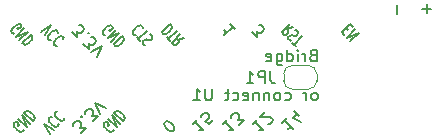
<source format=gbr>
G04 #@! TF.GenerationSoftware,KiCad,Pcbnew,(5.1.4)-1*
G04 #@! TF.CreationDate,2019-11-22T14:09:29+01:00*
G04 #@! TF.ProjectId,ArtNetNode1.3,4172744e-6574-44e6-9f64-65312e332e6b,rev?*
G04 #@! TF.SameCoordinates,Original*
G04 #@! TF.FileFunction,Legend,Bot*
G04 #@! TF.FilePolarity,Positive*
%FSLAX46Y46*%
G04 Gerber Fmt 4.6, Leading zero omitted, Abs format (unit mm)*
G04 Created by KiCad (PCBNEW (5.1.4)-1) date 2019-11-22 14:09:29*
%MOMM*%
%LPD*%
G04 APERTURE LIST*
%ADD10C,0.150000*%
%ADD11C,0.120000*%
G04 APERTURE END LIST*
D10*
X176694619Y-70392486D02*
X176681151Y-70473299D01*
X176610440Y-70544009D01*
X176506058Y-70581048D01*
X176391574Y-70560845D01*
X176300660Y-70517072D01*
X176142403Y-70405955D01*
X176041387Y-70304940D01*
X175930271Y-70146683D01*
X175886497Y-70055769D01*
X175866294Y-69941285D01*
X175903333Y-69836902D01*
X175950474Y-69789762D01*
X176054856Y-69752723D01*
X176112098Y-69762825D01*
X176347800Y-69998527D01*
X176253519Y-70092808D01*
X176256887Y-69483349D02*
X176963993Y-70190456D01*
X176539729Y-69200506D01*
X177246836Y-69907613D01*
X176775432Y-68964804D02*
X177482538Y-69671911D01*
X177600390Y-69554060D01*
X177637428Y-69449677D01*
X177617225Y-69335193D01*
X177573452Y-69244280D01*
X177462335Y-69086022D01*
X177361320Y-68985007D01*
X177203063Y-68873890D01*
X177112149Y-68830117D01*
X176997665Y-68809914D01*
X176893283Y-68846953D01*
X176775432Y-68964804D01*
X178938308Y-70756141D02*
X178396193Y-69884043D01*
X179268291Y-70426158D01*
X179076362Y-69338561D02*
X179019120Y-69328459D01*
X178914738Y-69365498D01*
X178867597Y-69412638D01*
X178830558Y-69517021D01*
X178850761Y-69631505D01*
X178894535Y-69722419D01*
X179005652Y-69880676D01*
X179106667Y-69981691D01*
X179264924Y-70092808D01*
X179355838Y-70136581D01*
X179470322Y-70156784D01*
X179574704Y-70119745D01*
X179621845Y-70072605D01*
X179658883Y-69968222D01*
X179648782Y-69910980D01*
X179571337Y-68843586D02*
X179514095Y-68833484D01*
X179409713Y-68870523D01*
X179362572Y-68917664D01*
X179325533Y-69022046D01*
X179345736Y-69136530D01*
X179389509Y-69227444D01*
X179500626Y-69385701D01*
X179601642Y-69486716D01*
X179759899Y-69597833D01*
X179850812Y-69641606D01*
X179965296Y-69661809D01*
X180069679Y-69624770D01*
X180116819Y-69577630D01*
X180153858Y-69473248D01*
X180143757Y-69416006D01*
X181532183Y-70702266D02*
X181969916Y-70264534D01*
X181464839Y-70230862D01*
X181565855Y-70129847D01*
X181599526Y-70028831D01*
X181599526Y-69961488D01*
X181565855Y-69860473D01*
X181397496Y-69692114D01*
X181296481Y-69658442D01*
X181229137Y-69658442D01*
X181128122Y-69692114D01*
X180926091Y-69894144D01*
X180892420Y-69995160D01*
X180892420Y-70062503D01*
X181633198Y-69321725D02*
X181633198Y-69254381D01*
X181565855Y-69254381D01*
X181565855Y-69321725D01*
X181633198Y-69321725D01*
X181565855Y-69254381D01*
X182542335Y-69692114D02*
X182980068Y-69254381D01*
X182474992Y-69220709D01*
X182576007Y-69119694D01*
X182609679Y-69018679D01*
X182609679Y-68951335D01*
X182576007Y-68850320D01*
X182407648Y-68681961D01*
X182306633Y-68648290D01*
X182239290Y-68648290D01*
X182138274Y-68681961D01*
X181936244Y-68883992D01*
X181902572Y-68985007D01*
X181902572Y-69052351D01*
X183182099Y-69052351D02*
X182710694Y-68109542D01*
X183653503Y-68580946D01*
X184314619Y-70392486D02*
X184301151Y-70473299D01*
X184230440Y-70544009D01*
X184126058Y-70581048D01*
X184011574Y-70560845D01*
X183920660Y-70517072D01*
X183762403Y-70405955D01*
X183661387Y-70304940D01*
X183550271Y-70146683D01*
X183506497Y-70055769D01*
X183486294Y-69941285D01*
X183523333Y-69836902D01*
X183570474Y-69789762D01*
X183674856Y-69752723D01*
X183732098Y-69762825D01*
X183967800Y-69998527D01*
X183873519Y-70092808D01*
X183876887Y-69483349D02*
X184583993Y-70190456D01*
X184159729Y-69200506D01*
X184866836Y-69907613D01*
X184395432Y-68964804D02*
X185102538Y-69671911D01*
X185220390Y-69554060D01*
X185257428Y-69449677D01*
X185237225Y-69335193D01*
X185193452Y-69244280D01*
X185082335Y-69086022D01*
X184981320Y-68985007D01*
X184823063Y-68873890D01*
X184732149Y-68830117D01*
X184617665Y-68809914D01*
X184513283Y-68846953D01*
X184395432Y-68964804D01*
X189354213Y-70500236D02*
X189421557Y-70432892D01*
X189455229Y-70331877D01*
X189455229Y-70264534D01*
X189421557Y-70163518D01*
X189320542Y-69995160D01*
X189152183Y-69826801D01*
X188983824Y-69725786D01*
X188882809Y-69692114D01*
X188815465Y-69692114D01*
X188714450Y-69725786D01*
X188647107Y-69793129D01*
X188613435Y-69894144D01*
X188613435Y-69961488D01*
X188647107Y-70062503D01*
X188748122Y-70230862D01*
X188916481Y-70399221D01*
X189084839Y-70500236D01*
X189185855Y-70533908D01*
X189253198Y-70533908D01*
X189354213Y-70500236D01*
X191422809Y-69557427D02*
X191018748Y-69961488D01*
X191220778Y-69759457D02*
X191927885Y-70466564D01*
X191759526Y-70432892D01*
X191624839Y-70432892D01*
X191523824Y-70466564D01*
X192769679Y-69624770D02*
X192432961Y-69961488D01*
X192062572Y-69658442D01*
X192129916Y-69658442D01*
X192230931Y-69624770D01*
X192399290Y-69456412D01*
X192432961Y-69355396D01*
X192432961Y-69288053D01*
X192399290Y-69187038D01*
X192230931Y-69018679D01*
X192129916Y-68985007D01*
X192062572Y-68985007D01*
X191961557Y-69018679D01*
X191793198Y-69187038D01*
X191759526Y-69288053D01*
X191759526Y-69355396D01*
X193962809Y-69557427D02*
X193558748Y-69961488D01*
X193760778Y-69759457D02*
X194467885Y-70466564D01*
X194299526Y-70432892D01*
X194164839Y-70432892D01*
X194063824Y-70466564D01*
X194905618Y-70028831D02*
X195343351Y-69591099D01*
X194838274Y-69557427D01*
X194939290Y-69456412D01*
X194972961Y-69355396D01*
X194972961Y-69288053D01*
X194939290Y-69187038D01*
X194770931Y-69018679D01*
X194669916Y-68985007D01*
X194602572Y-68985007D01*
X194501557Y-69018679D01*
X194299526Y-69220709D01*
X194265855Y-69321725D01*
X194265855Y-69389068D01*
X196502809Y-69557427D02*
X196098748Y-69961488D01*
X196300778Y-69759457D02*
X197007885Y-70466564D01*
X196839526Y-70432892D01*
X196704839Y-70432892D01*
X196603824Y-70466564D01*
X197411946Y-69927816D02*
X197479290Y-69927816D01*
X197580305Y-69894144D01*
X197748664Y-69725786D01*
X197782335Y-69624770D01*
X197782335Y-69557427D01*
X197748664Y-69456412D01*
X197681320Y-69389068D01*
X197546633Y-69321725D01*
X196738511Y-69321725D01*
X197176244Y-68883992D01*
X203971286Y-61832301D02*
X204136277Y-61997293D01*
X204577377Y-61697614D02*
X204341675Y-61461912D01*
X203634568Y-62169019D01*
X203870271Y-62404721D01*
X204789509Y-61909746D02*
X204082403Y-62616853D01*
X205072352Y-62192589D01*
X204365245Y-62899696D01*
X199544518Y-61744755D02*
X199042809Y-61916481D01*
X199261675Y-61461912D02*
X198554568Y-62169019D01*
X198743130Y-62357580D01*
X198823942Y-62371049D01*
X198881184Y-62360948D01*
X198972098Y-62317174D01*
X199073113Y-62216159D01*
X199116887Y-62125245D01*
X199126988Y-62068003D01*
X199113519Y-61987191D01*
X198924958Y-61798629D01*
X199699408Y-61966988D02*
X199803790Y-62004027D01*
X199921642Y-62121878D01*
X199935110Y-62202690D01*
X199925009Y-62259932D01*
X199881235Y-62350846D01*
X199813892Y-62418190D01*
X199722978Y-62461963D01*
X199665736Y-62472064D01*
X199584924Y-62458596D01*
X199456971Y-62397987D01*
X199376159Y-62384518D01*
X199318917Y-62394619D01*
X199228003Y-62438393D01*
X199160660Y-62505736D01*
X199116887Y-62596650D01*
X199106785Y-62653892D01*
X199120254Y-62734704D01*
X199238105Y-62852555D01*
X199342487Y-62889594D01*
X199450237Y-63064687D02*
X199733080Y-63347530D01*
X200298765Y-62499002D02*
X199591658Y-63206109D01*
X195997733Y-62152183D02*
X196435465Y-62589916D01*
X196469137Y-62084839D01*
X196570152Y-62185855D01*
X196671168Y-62219526D01*
X196738511Y-62219526D01*
X196839526Y-62185855D01*
X197007885Y-62017496D01*
X197041557Y-61916481D01*
X197041557Y-61849137D01*
X197007885Y-61748122D01*
X196805855Y-61546091D01*
X196704839Y-61512420D01*
X196637496Y-61512420D01*
X194602572Y-61882809D02*
X194198511Y-61478748D01*
X194400542Y-61680778D02*
X193693435Y-62387885D01*
X193727107Y-62219526D01*
X193727107Y-62084839D01*
X193693435Y-61983824D01*
X189101675Y-61461912D02*
X188394568Y-62169019D01*
X188512420Y-62286870D01*
X188616802Y-62323909D01*
X188731286Y-62303706D01*
X188822200Y-62259932D01*
X188980457Y-62148816D01*
X189081472Y-62047800D01*
X189192589Y-61889543D01*
X189236362Y-61798629D01*
X189256565Y-61684145D01*
X189219526Y-61579763D01*
X189101675Y-61461912D01*
X188818832Y-62593283D02*
X189101675Y-62876125D01*
X189667361Y-62027597D02*
X188960254Y-62734704D01*
X190256616Y-62616853D02*
X189754907Y-62788579D01*
X189973774Y-62334010D02*
X189266667Y-63041117D01*
X189455229Y-63229679D01*
X189536041Y-63243148D01*
X189593283Y-63233046D01*
X189684196Y-63189273D01*
X189785212Y-63088257D01*
X189828985Y-62997344D01*
X189839087Y-62940102D01*
X189825618Y-62859290D01*
X189637056Y-62670728D01*
X186777174Y-61812098D02*
X186787276Y-61754856D01*
X186750237Y-61650474D01*
X186703097Y-61603333D01*
X186598714Y-61566294D01*
X186484230Y-61586497D01*
X186393316Y-61630271D01*
X186235059Y-61741387D01*
X186134044Y-61842403D01*
X186022927Y-62000660D01*
X185979154Y-62091574D01*
X185958951Y-62206058D01*
X185995990Y-62310440D01*
X186043130Y-62357580D01*
X186147513Y-62394619D01*
X186204755Y-62384518D01*
X186278832Y-62593283D02*
X186561675Y-62876125D01*
X187127361Y-62027597D02*
X186420254Y-62734704D01*
X187376532Y-62344112D02*
X187480914Y-62381151D01*
X187598765Y-62499002D01*
X187612234Y-62579814D01*
X187602132Y-62637056D01*
X187558359Y-62727970D01*
X187491016Y-62795313D01*
X187400102Y-62839087D01*
X187342860Y-62849188D01*
X187262048Y-62835719D01*
X187134095Y-62775110D01*
X187053283Y-62761642D01*
X186996041Y-62771743D01*
X186905127Y-62815516D01*
X186837784Y-62882860D01*
X186794010Y-62973774D01*
X186783909Y-63031016D01*
X186797377Y-63111828D01*
X186915229Y-63229679D01*
X187019611Y-63266718D01*
X183607513Y-62394619D02*
X183526700Y-62381151D01*
X183455990Y-62310440D01*
X183418951Y-62206058D01*
X183439154Y-62091574D01*
X183482927Y-62000660D01*
X183594044Y-61842403D01*
X183695059Y-61741387D01*
X183853316Y-61630271D01*
X183944230Y-61586497D01*
X184058714Y-61566294D01*
X184163097Y-61603333D01*
X184210237Y-61650474D01*
X184247276Y-61754856D01*
X184237174Y-61812098D01*
X184001472Y-62047800D01*
X183907191Y-61953519D01*
X184516650Y-61956887D02*
X183809543Y-62663993D01*
X184799493Y-62239729D01*
X184092386Y-62946836D01*
X185035195Y-62475432D02*
X184328088Y-63182538D01*
X184445939Y-63300390D01*
X184550322Y-63337428D01*
X184664806Y-63317225D01*
X184755719Y-63273452D01*
X184913977Y-63162335D01*
X185014992Y-63061320D01*
X185126109Y-62903063D01*
X185169882Y-62812149D01*
X185190085Y-62697665D01*
X185153046Y-62593283D01*
X185035195Y-62475432D01*
X180757733Y-62152183D02*
X181195465Y-62589916D01*
X181229137Y-62084839D01*
X181330152Y-62185855D01*
X181431168Y-62219526D01*
X181498511Y-62219526D01*
X181599526Y-62185855D01*
X181767885Y-62017496D01*
X181801557Y-61916481D01*
X181801557Y-61849137D01*
X181767885Y-61748122D01*
X181565855Y-61546091D01*
X181464839Y-61512420D01*
X181397496Y-61512420D01*
X182138274Y-62253198D02*
X182205618Y-62253198D01*
X182205618Y-62185855D01*
X182138274Y-62185855D01*
X182138274Y-62253198D01*
X182205618Y-62185855D01*
X181767885Y-63162335D02*
X182205618Y-63600068D01*
X182239290Y-63094992D01*
X182340305Y-63196007D01*
X182441320Y-63229679D01*
X182508664Y-63229679D01*
X182609679Y-63196007D01*
X182778038Y-63027648D01*
X182811709Y-62926633D01*
X182811709Y-62859290D01*
X182778038Y-62758274D01*
X182576007Y-62556244D01*
X182474992Y-62522572D01*
X182407648Y-62522572D01*
X182407648Y-63802099D02*
X183350457Y-63330694D01*
X182879053Y-64273503D01*
X178163858Y-62098308D02*
X179035956Y-61556193D01*
X178493841Y-62428291D01*
X179581438Y-62236362D02*
X179591540Y-62179120D01*
X179554501Y-62074738D01*
X179507361Y-62027597D01*
X179402978Y-61990558D01*
X179288494Y-62010761D01*
X179197580Y-62054535D01*
X179039323Y-62165652D01*
X178938308Y-62266667D01*
X178827191Y-62424924D01*
X178783418Y-62515838D01*
X178763215Y-62630322D01*
X178800254Y-62734704D01*
X178847394Y-62781845D01*
X178951777Y-62818883D01*
X179009019Y-62808782D01*
X180076413Y-62731337D02*
X180086515Y-62674095D01*
X180049476Y-62569713D01*
X180002335Y-62522572D01*
X179897953Y-62485533D01*
X179783469Y-62505736D01*
X179692555Y-62549509D01*
X179534298Y-62660626D01*
X179433283Y-62761642D01*
X179322166Y-62919899D01*
X179278393Y-63010812D01*
X179258190Y-63125296D01*
X179295229Y-63229679D01*
X179342369Y-63276819D01*
X179446751Y-63313858D01*
X179503993Y-63303757D01*
X201211071Y-64108571D02*
X201068214Y-64156190D01*
X201020595Y-64203809D01*
X200972976Y-64299047D01*
X200972976Y-64441904D01*
X201020595Y-64537142D01*
X201068214Y-64584761D01*
X201163452Y-64632380D01*
X201544404Y-64632380D01*
X201544404Y-63632380D01*
X201211071Y-63632380D01*
X201115833Y-63680000D01*
X201068214Y-63727619D01*
X201020595Y-63822857D01*
X201020595Y-63918095D01*
X201068214Y-64013333D01*
X201115833Y-64060952D01*
X201211071Y-64108571D01*
X201544404Y-64108571D01*
X200544404Y-64632380D02*
X200544404Y-63965714D01*
X200544404Y-64156190D02*
X200496785Y-64060952D01*
X200449166Y-64013333D01*
X200353928Y-63965714D01*
X200258690Y-63965714D01*
X199925357Y-64632380D02*
X199925357Y-63965714D01*
X199925357Y-63632380D02*
X199972976Y-63680000D01*
X199925357Y-63727619D01*
X199877738Y-63680000D01*
X199925357Y-63632380D01*
X199925357Y-63727619D01*
X199020595Y-64632380D02*
X199020595Y-63632380D01*
X199020595Y-64584761D02*
X199115833Y-64632380D01*
X199306309Y-64632380D01*
X199401547Y-64584761D01*
X199449166Y-64537142D01*
X199496785Y-64441904D01*
X199496785Y-64156190D01*
X199449166Y-64060952D01*
X199401547Y-64013333D01*
X199306309Y-63965714D01*
X199115833Y-63965714D01*
X199020595Y-64013333D01*
X198115833Y-63965714D02*
X198115833Y-64775238D01*
X198163452Y-64870476D01*
X198211071Y-64918095D01*
X198306309Y-64965714D01*
X198449166Y-64965714D01*
X198544404Y-64918095D01*
X198115833Y-64584761D02*
X198211071Y-64632380D01*
X198401547Y-64632380D01*
X198496785Y-64584761D01*
X198544404Y-64537142D01*
X198592023Y-64441904D01*
X198592023Y-64156190D01*
X198544404Y-64060952D01*
X198496785Y-64013333D01*
X198401547Y-63965714D01*
X198211071Y-63965714D01*
X198115833Y-64013333D01*
X197258690Y-64584761D02*
X197353928Y-64632380D01*
X197544404Y-64632380D01*
X197639642Y-64584761D01*
X197687261Y-64489523D01*
X197687261Y-64108571D01*
X197639642Y-64013333D01*
X197544404Y-63965714D01*
X197353928Y-63965714D01*
X197258690Y-64013333D01*
X197211071Y-64108571D01*
X197211071Y-64203809D01*
X197687261Y-64299047D01*
X201401547Y-67932380D02*
X201496785Y-67884761D01*
X201544404Y-67837142D01*
X201592023Y-67741904D01*
X201592023Y-67456190D01*
X201544404Y-67360952D01*
X201496785Y-67313333D01*
X201401547Y-67265714D01*
X201258690Y-67265714D01*
X201163452Y-67313333D01*
X201115833Y-67360952D01*
X201068214Y-67456190D01*
X201068214Y-67741904D01*
X201115833Y-67837142D01*
X201163452Y-67884761D01*
X201258690Y-67932380D01*
X201401547Y-67932380D01*
X200639642Y-67932380D02*
X200639642Y-67265714D01*
X200639642Y-67456190D02*
X200592023Y-67360952D01*
X200544404Y-67313333D01*
X200449166Y-67265714D01*
X200353928Y-67265714D01*
X198830119Y-67884761D02*
X198925357Y-67932380D01*
X199115833Y-67932380D01*
X199211071Y-67884761D01*
X199258690Y-67837142D01*
X199306309Y-67741904D01*
X199306309Y-67456190D01*
X199258690Y-67360952D01*
X199211071Y-67313333D01*
X199115833Y-67265714D01*
X198925357Y-67265714D01*
X198830119Y-67313333D01*
X198258690Y-67932380D02*
X198353928Y-67884761D01*
X198401547Y-67837142D01*
X198449166Y-67741904D01*
X198449166Y-67456190D01*
X198401547Y-67360952D01*
X198353928Y-67313333D01*
X198258690Y-67265714D01*
X198115833Y-67265714D01*
X198020595Y-67313333D01*
X197972976Y-67360952D01*
X197925357Y-67456190D01*
X197925357Y-67741904D01*
X197972976Y-67837142D01*
X198020595Y-67884761D01*
X198115833Y-67932380D01*
X198258690Y-67932380D01*
X197496785Y-67265714D02*
X197496785Y-67932380D01*
X197496785Y-67360952D02*
X197449166Y-67313333D01*
X197353928Y-67265714D01*
X197211071Y-67265714D01*
X197115833Y-67313333D01*
X197068214Y-67408571D01*
X197068214Y-67932380D01*
X196592023Y-67265714D02*
X196592023Y-67932380D01*
X196592023Y-67360952D02*
X196544404Y-67313333D01*
X196449166Y-67265714D01*
X196306309Y-67265714D01*
X196211071Y-67313333D01*
X196163452Y-67408571D01*
X196163452Y-67932380D01*
X195306309Y-67884761D02*
X195401547Y-67932380D01*
X195592023Y-67932380D01*
X195687261Y-67884761D01*
X195734880Y-67789523D01*
X195734880Y-67408571D01*
X195687261Y-67313333D01*
X195592023Y-67265714D01*
X195401547Y-67265714D01*
X195306309Y-67313333D01*
X195258690Y-67408571D01*
X195258690Y-67503809D01*
X195734880Y-67599047D01*
X194401547Y-67884761D02*
X194496785Y-67932380D01*
X194687261Y-67932380D01*
X194782500Y-67884761D01*
X194830119Y-67837142D01*
X194877738Y-67741904D01*
X194877738Y-67456190D01*
X194830119Y-67360952D01*
X194782500Y-67313333D01*
X194687261Y-67265714D01*
X194496785Y-67265714D01*
X194401547Y-67313333D01*
X194115833Y-67265714D02*
X193734880Y-67265714D01*
X193972976Y-66932380D02*
X193972976Y-67789523D01*
X193925357Y-67884761D01*
X193830119Y-67932380D01*
X193734880Y-67932380D01*
X192639642Y-66932380D02*
X192639642Y-67741904D01*
X192592023Y-67837142D01*
X192544404Y-67884761D01*
X192449166Y-67932380D01*
X192258690Y-67932380D01*
X192163452Y-67884761D01*
X192115833Y-67837142D01*
X192068214Y-67741904D01*
X192068214Y-66932380D01*
X191068214Y-67932380D02*
X191639642Y-67932380D01*
X191353928Y-67932380D02*
X191353928Y-66932380D01*
X191449166Y-67075238D01*
X191544404Y-67170476D01*
X191639642Y-67218095D01*
D11*
X200820000Y-66970000D02*
G75*
G03X201520000Y-66270000I0J700000D01*
G01*
X201520000Y-65670000D02*
G75*
G03X200820000Y-64970000I-700000J0D01*
G01*
X199420000Y-64970000D02*
G75*
G03X198720000Y-65670000I0J-700000D01*
G01*
X198720000Y-66270000D02*
G75*
G03X199420000Y-66970000I700000J0D01*
G01*
X198720000Y-65670000D02*
X198720000Y-66270000D01*
X200820000Y-64970000D02*
X199420000Y-64970000D01*
X201520000Y-66270000D02*
X201520000Y-65670000D01*
X199420000Y-66970000D02*
X200820000Y-66970000D01*
D10*
X208301428Y-59819047D02*
X208301428Y-60580952D01*
X210841428Y-59779047D02*
X210841428Y-60540952D01*
X211222380Y-60160000D02*
X210460476Y-60160000D01*
X198977809Y-69422427D02*
X198573748Y-69826488D01*
X198775778Y-69624457D02*
X199482885Y-70331564D01*
X199314526Y-70297892D01*
X199179839Y-70297892D01*
X199078824Y-70331564D01*
X200055305Y-69287740D02*
X199583900Y-68816335D01*
X200156320Y-69725473D02*
X199482885Y-69388755D01*
X199920618Y-68951022D01*
X175860513Y-62267619D02*
X175779700Y-62254151D01*
X175708990Y-62183440D01*
X175671951Y-62079058D01*
X175692154Y-61964574D01*
X175735927Y-61873660D01*
X175847044Y-61715403D01*
X175948059Y-61614387D01*
X176106316Y-61503271D01*
X176197230Y-61459497D01*
X176311714Y-61439294D01*
X176416097Y-61476333D01*
X176463237Y-61523474D01*
X176500276Y-61627856D01*
X176490174Y-61685098D01*
X176254472Y-61920800D01*
X176160191Y-61826519D01*
X176769650Y-61829887D02*
X176062543Y-62536993D01*
X177052493Y-62112729D01*
X176345386Y-62819836D01*
X177288195Y-62348432D02*
X176581088Y-63055538D01*
X176698939Y-63173390D01*
X176803322Y-63210428D01*
X176917806Y-63190225D01*
X177008719Y-63146452D01*
X177166977Y-63035335D01*
X177267992Y-62934320D01*
X177379109Y-62776063D01*
X177422882Y-62685149D01*
X177443085Y-62570665D01*
X177406046Y-62466283D01*
X177288195Y-62348432D01*
X197593333Y-65462380D02*
X197593333Y-66176666D01*
X197640952Y-66319523D01*
X197736190Y-66414761D01*
X197879047Y-66462380D01*
X197974285Y-66462380D01*
X197117142Y-66462380D02*
X197117142Y-65462380D01*
X196736190Y-65462380D01*
X196640952Y-65510000D01*
X196593333Y-65557619D01*
X196545714Y-65652857D01*
X196545714Y-65795714D01*
X196593333Y-65890952D01*
X196640952Y-65938571D01*
X196736190Y-65986190D01*
X197117142Y-65986190D01*
X195593333Y-66462380D02*
X196164761Y-66462380D01*
X195879047Y-66462380D02*
X195879047Y-65462380D01*
X195974285Y-65605238D01*
X196069523Y-65700476D01*
X196164761Y-65748095D01*
M02*

</source>
